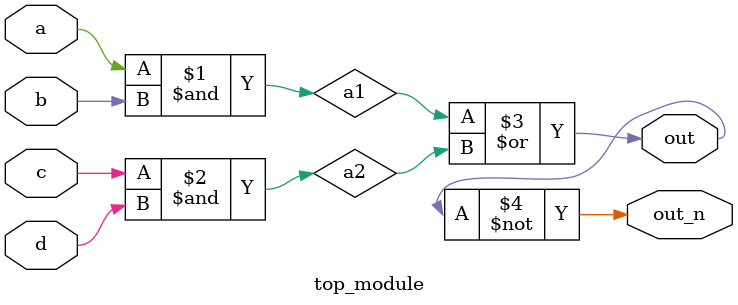
<source format=v>
module top_module(
    input a,
    input b,
    input c,
    input d,
    output out,
    output out_n   ); 
    wire a1,a2;
    assign a1 = a&b;
    assign a2 = c&d;
    assign out= a1|a2;
    assign out_n = ~out;

endmodule
</source>
